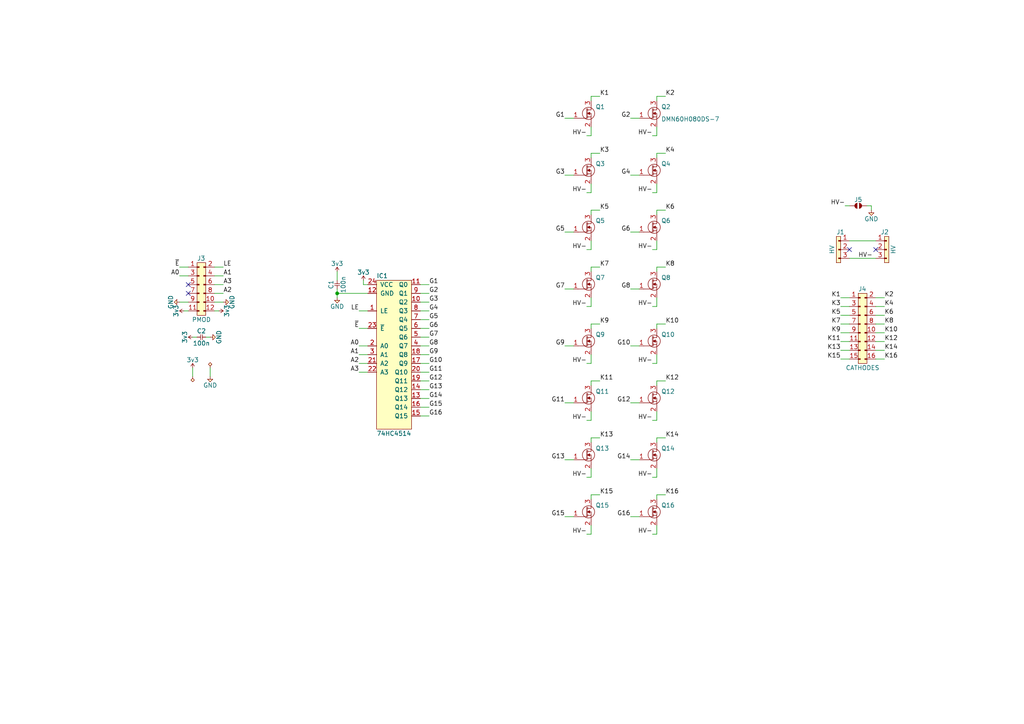
<source format=kicad_sch>
(kicad_sch (version 20230121) (generator eeschema)
  (paper "A4")
  (title_block (title "IGGie Low-Side Switch PMOD") (date "2021-03-15") (rev "1"))
  (lib_symbols
    (symbol "agg:3v3" (power) (pin_numbers hide) (pin_names (offset 1.016) hide)
      (property "Value" "3v3" (at 0 2.286 0))
      (symbol "3v3_0_1"
        (polyline (pts (xy 0 1.27) (xy 0.508 0.508)))
        (polyline (pts (xy 0 0) (xy 0 1.27) (xy -0.508 0.508)))
      )
      (symbol "3v3_1_1"
        (pin power_in line (at 0 0 180) (length 0) hide (name "3v3") (number "1"))
      )
    )
    (symbol "agg:74HC4514" (pin_names (offset 1.016))
      (property "Reference" "IC" (at -5.08 22.86 0))
      (property "Value" "74HC4514" (at -5.08 -22.86 0))
      (symbol "74HC4514_0_0"
        (pin input line (at -7.62 12.7 0) (length 2.54) (name "LE") (number "1"))
        (pin output line (at 7.62 15.24 180) (length 2.54) (name "Q2") (number "10"))
        (pin output line (at 7.62 20.32 180) (length 2.54) (name "Q0") (number "11"))
        (pin power_in line (at -7.62 17.78 0) (length 2.54) (name "GND") (number "12"))
        (pin output line (at 7.62 -12.7 180) (length 2.54) (name "Q13") (number "13"))
        (pin output line (at 7.62 -10.16 180) (length 2.54) (name "Q12") (number "14"))
        (pin output line (at 7.62 -17.78 180) (length 2.54) (name "Q15") (number "15"))
        (pin output line (at 7.62 -15.24 180) (length 2.54) (name "Q14") (number "16"))
        (pin output line (at 7.62 -2.54 180) (length 2.54) (name "Q9") (number "17"))
        (pin output line (at 7.62 0 180) (length 2.54) (name "Q8") (number "18"))
        (pin output line (at 7.62 -7.62 180) (length 2.54) (name "Q11") (number "19"))
        (pin input line (at -7.62 2.54 0) (length 2.54) (name "A0") (number "2"))
        (pin output line (at 7.62 -5.08 180) (length 2.54) (name "Q10") (number "20"))
        (pin input line (at -7.62 -2.54 0) (length 2.54) (name "A2") (number "21"))
        (pin input line (at -7.62 -5.08 0) (length 2.54) (name "A3") (number "22"))
        (pin input line (at -7.62 7.62 0) (length 2.54) (name "~{E}") (number "23"))
        (pin power_in line (at -7.62 20.32 0) (length 2.54) (name "VCC") (number "24"))
        (pin input line (at -7.62 0 0) (length 2.54) (name "A1") (number "3"))
        (pin output line (at 7.62 2.54 180) (length 2.54) (name "Q7") (number "4"))
        (pin output line (at 7.62 5.08 180) (length 2.54) (name "Q6") (number "5"))
        (pin output line (at 7.62 7.62 180) (length 2.54) (name "Q5") (number "6"))
        (pin output line (at 7.62 10.16 180) (length 2.54) (name "Q4") (number "7"))
        (pin output line (at 7.62 12.7 180) (length 2.54) (name "Q3") (number "8"))
        (pin output line (at 7.62 17.78 180) (length 2.54) (name "Q1") (number "9"))
      )
      (symbol "74HC4514_0_1"
        (rectangle (start -5.08 21.59) (end 5.08 -21.59) (fill (type background)))
      )
    )
    (symbol "agg:C" (pin_numbers hide) (pin_names (offset 1.016) hide)
      (property "Reference" "C" (at 1.27 1.778 0))
      (property "Value" "C" (at 1.27 -1.778 0))
      (symbol "C_0_1"
        (polyline (pts (xy 1.016 0.762) (xy 1.016 -0.762)))
        (polyline (pts (xy 1.524 0.762) (xy 1.524 -0.762)))
      )
      (symbol "C_1_1"
        (pin passive line (at 0 0 0) (length 1.016) (name "~") (number "1"))
        (pin passive line (at 2.54 0 180) (length 1.016) (name "~") (number "2"))
      )
    )
    (symbol "agg:CONN_01x03" (pin_names (offset 0.0254) hide)
      (property "Reference" "J" (at -1.27 2.54 0))
      (property "Value" "CONN_01x03" (at -1.27 -7.62 0))
      (symbol "CONN_01x03_0_1"
        (rectangle (start 0 -4.953) (end -0.635 -5.207) (fill (type outline)))
        (rectangle (start 0 -2.413) (end -0.635 -2.667) (fill (type outline)))
        (rectangle (start 0 0.127) (end -0.635 -0.127) (fill (type outline)))
        (rectangle (start 0 1.27) (end -1.27 -6.35) (fill (type background)))
      )
      (symbol "CONN_01x03_1_1"
        (pin passive line (at 2.54 0 180) (length 2.54) (name "1") (number "1"))
        (pin passive line (at 2.54 -2.54 180) (length 2.54) (name "2") (number "2"))
        (pin passive line (at 2.54 -5.08 180) (length 2.54) (name "3") (number "3"))
      )
    )
    (symbol "agg:CONN_02x06" (pin_names (offset 0.0254) hide)
      (property "Reference" "J" (at -2.54 2.54 0))
      (property "Value" "CONN_02x06" (at -2.54 -15.24 0))
      (symbol "CONN_02x06_0_1"
        (rectangle (start -2.54 -12.573) (end -1.905 -12.827) (fill (type outline)))
        (rectangle (start -2.54 -10.033) (end -1.905 -10.287) (fill (type outline)))
        (rectangle (start -2.54 -7.493) (end -1.905 -7.747) (fill (type outline)))
        (rectangle (start -2.54 -4.953) (end -1.905 -5.207) (fill (type outline)))
        (rectangle (start -2.54 -2.413) (end -1.905 -2.667) (fill (type outline)))
        (rectangle (start -2.54 0.127) (end -1.905 -0.127) (fill (type outline)))
        (rectangle (start 0 -12.573) (end -0.635 -12.827) (fill (type outline)))
        (rectangle (start 0 -10.033) (end -0.635 -10.287) (fill (type outline)))
        (rectangle (start 0 -7.493) (end -0.635 -7.747) (fill (type outline)))
        (rectangle (start 0 -4.953) (end -0.635 -5.207) (fill (type outline)))
        (rectangle (start 0 -2.413) (end -0.635 -2.667) (fill (type outline)))
        (rectangle (start 0 0.127) (end -0.635 -0.127) (fill (type outline)))
        (rectangle (start 0 1.27) (end -2.54 -13.97) (fill (type background)))
      )
      (symbol "CONN_02x06_1_1"
        (pin passive line (at -5.08 0 0) (length 2.54) (name "1") (number "1"))
        (pin passive line (at 2.54 -10.16 180) (length 2.54) (name "10") (number "10"))
        (pin passive line (at -5.08 -12.7 0) (length 2.54) (name "11") (number "11"))
        (pin passive line (at 2.54 -12.7 180) (length 2.54) (name "12") (number "12"))
        (pin passive line (at 2.54 0 180) (length 2.54) (name "2") (number "2"))
        (pin passive line (at -5.08 -2.54 0) (length 2.54) (name "3") (number "3"))
        (pin passive line (at 2.54 -2.54 180) (length 2.54) (name "4") (number "4"))
        (pin passive line (at -5.08 -5.08 0) (length 2.54) (name "5") (number "5"))
        (pin passive line (at 2.54 -5.08 180) (length 2.54) (name "6") (number "6"))
        (pin passive line (at -5.08 -7.62 0) (length 2.54) (name "7") (number "7"))
        (pin passive line (at 2.54 -7.62 180) (length 2.54) (name "8") (number "8"))
        (pin passive line (at -5.08 -10.16 0) (length 2.54) (name "9") (number "9"))
      )
    )
    (symbol "agg:CONN_02x08" (pin_names (offset 0.0254) hide)
      (property "Reference" "J" (at -2.54 2.54 0))
      (property "Value" "CONN_02x08" (at -2.54 -20.32 0))
      (symbol "CONN_02x08_0_1"
        (rectangle (start -2.54 -17.653) (end -1.905 -17.907) (fill (type outline)))
        (rectangle (start -2.54 -15.113) (end -1.905 -15.367) (fill (type outline)))
        (rectangle (start -2.54 -12.573) (end -1.905 -12.827) (fill (type outline)))
        (rectangle (start -2.54 -10.033) (end -1.905 -10.287) (fill (type outline)))
        (rectangle (start -2.54 -7.493) (end -1.905 -7.747) (fill (type outline)))
        (rectangle (start -2.54 -4.953) (end -1.905 -5.207) (fill (type outline)))
        (rectangle (start -2.54 -2.413) (end -1.905 -2.667) (fill (type outline)))
        (rectangle (start -2.54 0.127) (end -1.905 -0.127) (fill (type outline)))
        (rectangle (start 0 -17.653) (end -0.635 -17.907) (fill (type outline)))
        (rectangle (start 0 -15.113) (end -0.635 -15.367) (fill (type outline)))
        (rectangle (start 0 -12.573) (end -0.635 -12.827) (fill (type outline)))
        (rectangle (start 0 -10.033) (end -0.635 -10.287) (fill (type outline)))
        (rectangle (start 0 -7.493) (end -0.635 -7.747) (fill (type outline)))
        (rectangle (start 0 -4.953) (end -0.635 -5.207) (fill (type outline)))
        (rectangle (start 0 -2.413) (end -0.635 -2.667) (fill (type outline)))
        (rectangle (start 0 0.127) (end -0.635 -0.127) (fill (type outline)))
        (rectangle (start 0 1.27) (end -2.54 -19.05) (fill (type background)))
      )
      (symbol "CONN_02x08_1_1"
        (pin passive line (at -5.08 0 0) (length 2.54) (name "1") (number "1"))
        (pin passive line (at 2.54 -10.16 180) (length 2.54) (name "10") (number "10"))
        (pin passive line (at -5.08 -12.7 0) (length 2.54) (name "11") (number "11"))
        (pin passive line (at 2.54 -12.7 180) (length 2.54) (name "12") (number "12"))
        (pin passive line (at -5.08 -15.24 0) (length 2.54) (name "13") (number "13"))
        (pin passive line (at 2.54 -15.24 180) (length 2.54) (name "14") (number "14"))
        (pin passive line (at -5.08 -17.78 0) (length 2.54) (name "15") (number "15"))
        (pin passive line (at 2.54 -17.78 180) (length 2.54) (name "16") (number "16"))
        (pin passive line (at 2.54 0 180) (length 2.54) (name "2") (number "2"))
        (pin passive line (at -5.08 -2.54 0) (length 2.54) (name "3") (number "3"))
        (pin passive line (at 2.54 -2.54 180) (length 2.54) (name "4") (number "4"))
        (pin passive line (at -5.08 -5.08 0) (length 2.54) (name "5") (number "5"))
        (pin passive line (at 2.54 -5.08 180) (length 2.54) (name "6") (number "6"))
        (pin passive line (at -5.08 -7.62 0) (length 2.54) (name "7") (number "7"))
        (pin passive line (at 2.54 -7.62 180) (length 2.54) (name "8") (number "8"))
        (pin passive line (at -5.08 -10.16 0) (length 2.54) (name "9") (number "9"))
      )
    )
    (symbol "agg:GND" (power) (pin_numbers hide) (pin_names (offset 1.016) hide)
      (property "Value" "GND" (at 0 -2.54 0))
      (symbol "GND_0_1"
        (polyline (pts (xy 0 0) (xy 0 -0.762)))
        (polyline (pts (xy -0.762 -0.762) (xy 0.762 -0.762) (xy 0 -1.524) (xy -0.762 -0.762)) (fill (type background)))
      )
      (symbol "GND_1_1"
        (pin power_in line (at 0 0 180) (length 0) hide (name "GND") (number "1"))
      )
    )
    (symbol "agg:NFET" (pin_names (offset 0.0254) hide)
      (property "Reference" "Q" (at -6.35 0.762 0))
      (property "Value" "NFET" (at -6.35 -4.064 0))
      (symbol "NFET_0_1"
        (circle (center -0.762 -1.143) (radius 1.778))
        (polyline (pts (xy -3.81 -2.54) (xy -1.27 -2.54)))
        (polyline (pts (xy -1.27 -2.54) (xy -1.27 0.254)))
        (polyline (pts (xy -1.016 -2.159) (xy 0 -2.159)))
        (polyline (pts (xy -1.016 -1.778) (xy -1.016 -2.54)))
        (polyline (pts (xy -1.016 -0.762) (xy -1.016 -1.524)))
        (polyline (pts (xy -1.016 0.254) (xy -1.016 -0.508)))
        (polyline (pts (xy -1.016 -1.143) (xy 0 -1.143) (xy 0 -3.81)))
        (polyline (pts (xy -1.016 -0.127) (xy 0 -0.127) (xy 0 1.27)))
        (polyline (pts (xy -1.016 -1.143) (xy -0.381 -0.762) (xy -0.381 -1.524) (xy -1.016 -1.143)) (fill (type outline)))
      )
      (symbol "NFET_1_1"
        (pin passive line (at -5.08 -2.54 0) (length 1.27) (name "G") (number "1"))
        (pin passive line (at 0 -5.08 90) (length 1.27) (name "S") (number "2"))
        (pin passive line (at 0 2.54 270) (length 1.27) (name "D") (number "3"))
      )
    )
    (symbol "agg:PWR" (power) (pin_numbers hide) (pin_names (offset 1.016) hide)
      (property "Value" "PWR" (at 0 2.286 0))
      (symbol "PWR_0_1"
        (polyline (pts (xy 0 0.508) (xy -0.508 1.016) (xy 0 1.524) (xy 0.508 1.016) (xy 0 0.508)) (fill (type background)))
      )
      (symbol "PWR_1_1"
        (pin power_out line (at 0 0 90) (length 0.508) (name "pwr") (number "1"))
      )
    )
    (symbol "agg:SJ2" (pin_numbers hide) (pin_names (offset 0) hide)
      (property "Reference" "J" (at 0 1.778 0))
      (symbol "SJ2_0_1"
        (arc (start -0.254 0.762) (mid -1.0127 0) (end -0.254 -0.762) (fill (type outline)))
        (arc (start 0.254 -0.762) (mid 1.0127 0) (end 0.254 0.762) (fill (type outline)))
      )
      (symbol "SJ2_1_1"
        (pin passive line (at -2.54 0 0) (length 1.524) (name "1") (number "1"))
        (pin passive line (at 2.54 0 180) (length 1.524) (name "2") (number "2"))
      )
    )
  )
  (junction (at 97.79 85.09) (diameter 0.9144))
  (no_connect (at 254 72.39))
  (no_connect (at 54.61 85.09))
  (no_connect (at 246.38 72.39))
  (no_connect (at 54.61 82.55))
  (wire (pts (xy 163.83 50.8) (xy 166.37 50.8)))
  (wire (pts (xy 190.5 128.27) (xy 190.5 127)))
  (wire (pts (xy 171.45 111.76) (xy 171.45 110.49)))
  (wire (pts (xy 104.14 90.17) (xy 106.68 90.17)))
  (wire (pts (xy 62.23 77.47) (xy 64.77 77.47)))
  (wire (pts (xy 171.45 135.89) (xy 171.45 138.43)))
  (wire (pts (xy 105.41 82.55) (xy 106.68 82.55)))
  (wire (pts (xy 182.88 50.8) (xy 185.42 50.8)))
  (wire (pts (xy 121.92 97.79) (xy 124.46 97.79)))
  (wire (pts (xy 182.88 133.35) (xy 185.42 133.35)))
  (wire (pts (xy 64.77 85.09) (xy 62.23 85.09)))
  (wire (pts (xy 121.92 115.57) (xy 124.46 115.57)))
  (wire (pts (xy 190.5 77.47) (xy 193.04 77.47)))
  (wire (pts (xy 52.07 77.47) (xy 54.61 77.47)))
  (wire (pts (xy 190.5 86.36) (xy 190.5 88.9)))
  (wire (pts (xy 252.73 59.69) (xy 252.73 60.96)))
  (wire (pts (xy 246.38 69.85) (xy 254 69.85)))
  (wire (pts (xy 121.92 107.95) (xy 124.46 107.95)))
  (wire (pts (xy 171.45 128.27) (xy 171.45 127)))
  (wire (pts (xy 121.92 120.65) (xy 124.46 120.65)))
  (wire (pts (xy 170.18 88.9) (xy 171.45 88.9)))
  (wire (pts (xy 171.45 69.85) (xy 171.45 72.39)))
  (wire (pts (xy 171.45 95.25) (xy 171.45 93.98)))
  (wire (pts (xy 62.23 80.01) (xy 64.77 80.01)))
  (wire (pts (xy 171.45 60.96) (xy 173.99 60.96)))
  (wire (pts (xy 121.92 90.17) (xy 124.46 90.17)))
  (wire (pts (xy 171.45 44.45) (xy 173.99 44.45)))
  (wire (pts (xy 171.45 144.78) (xy 171.45 143.51)))
  (wire (pts (xy 97.79 85.09) (xy 97.79 86.36)))
  (wire (pts (xy 190.5 152.4) (xy 190.5 154.94)))
  (wire (pts (xy 243.84 99.06) (xy 246.38 99.06)))
  (wire (pts (xy 251.46 59.69) (xy 252.73 59.69)))
  (wire (pts (xy 254 101.6) (xy 256.54 101.6)))
  (wire (pts (xy 254 86.36) (xy 256.54 86.36)))
  (wire (pts (xy 121.92 102.87) (xy 124.46 102.87)))
  (wire (pts (xy 163.83 83.82) (xy 166.37 83.82)))
  (wire (pts (xy 190.5 143.51) (xy 193.04 143.51)))
  (wire (pts (xy 163.83 67.31) (xy 166.37 67.31)))
  (wire (pts (xy 190.5 102.87) (xy 190.5 105.41)))
  (wire (pts (xy 171.45 53.34) (xy 171.45 55.88)))
  (wire (pts (xy 121.92 110.49) (xy 124.46 110.49)))
  (wire (pts (xy 190.5 69.85) (xy 190.5 72.39)))
  (wire (pts (xy 182.88 34.29) (xy 185.42 34.29)))
  (wire (pts (xy 121.92 92.71) (xy 124.46 92.71)))
  (wire (pts (xy 245.11 59.69) (xy 246.38 59.69)))
  (wire (pts (xy 243.84 101.6) (xy 246.38 101.6)))
  (wire (pts (xy 171.45 77.47) (xy 173.99 77.47)))
  (wire (pts (xy 190.5 36.83) (xy 190.5 39.37)))
  (wire (pts (xy 190.5 93.98) (xy 193.04 93.98)))
  (wire (pts (xy 97.79 85.09) (xy 106.68 85.09)))
  (wire (pts (xy 190.5 119.38) (xy 190.5 121.92)))
  (wire (pts (xy 243.84 96.52) (xy 246.38 96.52)))
  (wire (pts (xy 121.92 100.33) (xy 124.46 100.33)))
  (wire (pts (xy 170.18 55.88) (xy 171.45 55.88)))
  (wire (pts (xy 170.18 39.37) (xy 171.45 39.37)))
  (wire (pts (xy 189.23 55.88) (xy 190.5 55.88)))
  (wire (pts (xy 121.92 95.25) (xy 124.46 95.25)))
  (wire (pts (xy 171.45 110.49) (xy 173.99 110.49)))
  (wire (pts (xy 243.84 91.44) (xy 246.38 91.44)))
  (wire (pts (xy 189.23 72.39) (xy 190.5 72.39)))
  (wire (pts (xy 170.18 154.94) (xy 171.45 154.94)))
  (wire (pts (xy 182.88 67.31) (xy 185.42 67.31)))
  (wire (pts (xy 52.07 87.63) (xy 54.61 87.63)))
  (wire (pts (xy 243.84 104.14) (xy 246.38 104.14)))
  (wire (pts (xy 190.5 78.74) (xy 190.5 77.47)))
  (wire (pts (xy 170.18 105.41) (xy 171.45 105.41)))
  (wire (pts (xy 254 93.98) (xy 256.54 93.98)))
  (wire (pts (xy 190.5 27.94) (xy 193.04 27.94)))
  (wire (pts (xy 190.5 44.45) (xy 193.04 44.45)))
  (wire (pts (xy 182.88 116.84) (xy 185.42 116.84)))
  (wire (pts (xy 104.14 100.33) (xy 106.68 100.33)))
  (wire (pts (xy 189.23 121.92) (xy 190.5 121.92)))
  (wire (pts (xy 182.88 149.86) (xy 185.42 149.86)))
  (wire (pts (xy 246.38 74.93) (xy 254 74.93)))
  (wire (pts (xy 60.96 106.68) (xy 60.96 109.22)))
  (wire (pts (xy 163.83 34.29) (xy 166.37 34.29)))
  (wire (pts (xy 171.45 29.21) (xy 171.45 27.94)))
  (wire (pts (xy 243.84 86.36) (xy 246.38 86.36)))
  (wire (pts (xy 121.92 105.41) (xy 124.46 105.41)))
  (wire (pts (xy 170.18 138.43) (xy 171.45 138.43)))
  (wire (pts (xy 182.88 100.33) (xy 185.42 100.33)))
  (wire (pts (xy 62.23 82.55) (xy 64.77 82.55)))
  (wire (pts (xy 243.84 93.98) (xy 246.38 93.98)))
  (wire (pts (xy 121.92 87.63) (xy 124.46 87.63)))
  (wire (pts (xy 105.41 81.28) (xy 105.41 82.55)))
  (wire (pts (xy 62.23 90.17) (xy 63.5 90.17)))
  (wire (pts (xy 171.45 27.94) (xy 173.99 27.94)))
  (wire (pts (xy 189.23 138.43) (xy 190.5 138.43)))
  (wire (pts (xy 170.18 121.92) (xy 171.45 121.92)))
  (wire (pts (xy 254 99.06) (xy 256.54 99.06)))
  (wire (pts (xy 163.83 100.33) (xy 166.37 100.33)))
  (wire (pts (xy 104.14 95.25) (xy 106.68 95.25)))
  (wire (pts (xy 171.45 152.4) (xy 171.45 154.94)))
  (wire (pts (xy 55.88 97.79) (xy 57.15 97.79)))
  (wire (pts (xy 254 91.44) (xy 256.54 91.44)))
  (wire (pts (xy 97.79 83.82) (xy 97.79 85.09)))
  (wire (pts (xy 53.34 90.17) (xy 54.61 90.17)))
  (wire (pts (xy 190.5 45.72) (xy 190.5 44.45)))
  (wire (pts (xy 190.5 29.21) (xy 190.5 27.94)))
  (wire (pts (xy 171.45 62.23) (xy 171.45 60.96)))
  (wire (pts (xy 171.45 127) (xy 173.99 127)))
  (wire (pts (xy 104.14 105.41) (xy 106.68 105.41)))
  (wire (pts (xy 163.83 133.35) (xy 166.37 133.35)))
  (wire (pts (xy 190.5 110.49) (xy 193.04 110.49)))
  (wire (pts (xy 243.84 88.9) (xy 246.38 88.9)))
  (wire (pts (xy 190.5 60.96) (xy 193.04 60.96)))
  (wire (pts (xy 190.5 95.25) (xy 190.5 93.98)))
  (wire (pts (xy 171.45 93.98) (xy 173.99 93.98)))
  (wire (pts (xy 254 88.9) (xy 256.54 88.9)))
  (wire (pts (xy 104.14 102.87) (xy 106.68 102.87)))
  (wire (pts (xy 104.14 107.95) (xy 106.68 107.95)))
  (wire (pts (xy 52.07 80.01) (xy 54.61 80.01)))
  (wire (pts (xy 189.23 154.94) (xy 190.5 154.94)))
  (wire (pts (xy 189.23 39.37) (xy 190.5 39.37)))
  (wire (pts (xy 171.45 78.74) (xy 171.45 77.47)))
  (wire (pts (xy 190.5 53.34) (xy 190.5 55.88)))
  (wire (pts (xy 189.23 88.9) (xy 190.5 88.9)))
  (wire (pts (xy 163.83 149.86) (xy 166.37 149.86)))
  (wire (pts (xy 190.5 144.78) (xy 190.5 143.51)))
  (wire (pts (xy 171.45 143.51) (xy 173.99 143.51)))
  (wire (pts (xy 189.23 105.41) (xy 190.5 105.41)))
  (wire (pts (xy 190.5 127) (xy 193.04 127)))
  (wire (pts (xy 163.83 116.84) (xy 166.37 116.84)))
  (wire (pts (xy 171.45 119.38) (xy 171.45 121.92)))
  (wire (pts (xy 190.5 111.76) (xy 190.5 110.49)))
  (wire (pts (xy 190.5 135.89) (xy 190.5 138.43)))
  (wire (pts (xy 121.92 82.55) (xy 124.46 82.55)))
  (wire (pts (xy 170.18 72.39) (xy 171.45 72.39)))
  (wire (pts (xy 62.23 87.63) (xy 64.77 87.63)))
  (wire (pts (xy 171.45 86.36) (xy 171.45 88.9)))
  (wire (pts (xy 171.45 36.83) (xy 171.45 39.37)))
  (wire (pts (xy 254 96.52) (xy 256.54 96.52)))
  (wire (pts (xy 182.88 83.82) (xy 185.42 83.82)))
  (wire (pts (xy 121.92 113.03) (xy 124.46 113.03)))
  (wire (pts (xy 59.69 97.79) (xy 60.96 97.79)))
  (wire (pts (xy 190.5 62.23) (xy 190.5 60.96)))
  (wire (pts (xy 121.92 118.11) (xy 124.46 118.11)))
  (wire (pts (xy 55.88 106.68) (xy 55.88 109.22)))
  (wire (pts (xy 254 104.14) (xy 256.54 104.14)))
  (wire (pts (xy 97.79 78.74) (xy 97.79 81.28)))
  (wire (pts (xy 171.45 45.72) (xy 171.45 44.45)))
  (wire (pts (xy 121.92 85.09) (xy 124.46 85.09)))
  (wire (pts (xy 171.45 102.87) (xy 171.45 105.41)))
  (label "G13" (at 124.46 113.03 0))
  (label "K7" (at 173.99 77.47 0))
  (label "~{E}" (at 104.14 95.25 180))
  (label "G4" (at 182.88 50.8 180))
  (label "A0" (at 52.07 80.01 180))
  (label "HV-" (at 170.18 72.39 180))
  (label "K14" (at 193.04 127 0))
  (label "K7" (at 243.84 93.98 180))
  (label "HV-" (at 189.23 138.43 180))
  (label "G1" (at 124.46 82.55 0))
  (label "A1" (at 104.14 102.87 180))
  (label "G16" (at 182.88 149.86 180))
  (label "G15" (at 163.83 149.86 180))
  (label "K6" (at 193.04 60.96 0))
  (label "K1" (at 173.99 27.94 0))
  (label "G8" (at 124.46 100.33 0))
  (label "G9" (at 163.83 100.33 180))
  (label "G13" (at 163.83 133.35 180))
  (label "G7" (at 163.83 83.82 180))
  (label "G8" (at 182.88 83.82 180))
  (label "K3" (at 243.84 88.9 180))
  (label "A2" (at 64.77 85.09 0))
  (label "K11" (at 173.99 110.49 0))
  (label "K12" (at 193.04 110.49 0))
  (label "G3" (at 163.83 50.8 180))
  (label "G5" (at 124.46 92.71 0))
  (label "K15" (at 173.99 143.51 0))
  (label "G14" (at 124.46 115.57 0))
  (label "~{E}" (at 52.07 77.47 180))
  (label "HV-" (at 189.23 39.37 180))
  (label "K16" (at 256.54 104.14 0))
  (label "K9" (at 173.99 93.98 0))
  (label "K3" (at 173.99 44.45 0))
  (label "K5" (at 173.99 60.96 0))
  (label "HV-" (at 170.18 154.94 180))
  (label "LE" (at 64.77 77.47 0))
  (label "K16" (at 193.04 143.51 0))
  (label "K14" (at 256.54 101.6 0))
  (label "K15" (at 243.84 104.14 180))
  (label "A3" (at 104.14 107.95 180))
  (label "HV-" (at 189.23 55.88 180))
  (label "G2" (at 182.88 34.29 180))
  (label "G9" (at 124.46 102.87 0))
  (label "G14" (at 182.88 133.35 180))
  (label "HV-" (at 248.92 74.93 0))
  (label "G11" (at 124.46 107.95 0))
  (label "K2" (at 256.54 86.36 0))
  (label "A1" (at 64.77 80.01 0))
  (label "K4" (at 256.54 88.9 0))
  (label "K8" (at 193.04 77.47 0))
  (label "G7" (at 124.46 97.79 0))
  (label "HV-" (at 170.18 138.43 180))
  (label "HV-" (at 170.18 88.9 180))
  (label "K4" (at 193.04 44.45 0))
  (label "G2" (at 124.46 85.09 0))
  (label "HV-" (at 189.23 154.94 180))
  (label "HV-" (at 189.23 121.92 180))
  (label "K5" (at 243.84 91.44 180))
  (label "K10" (at 256.54 96.52 0))
  (label "HV-" (at 170.18 39.37 180))
  (label "K8" (at 256.54 93.98 0))
  (label "HV-" (at 245.11 59.69 180))
  (label "K9" (at 243.84 96.52 180))
  (label "K2" (at 193.04 27.94 0))
  (label "HV-" (at 170.18 105.41 180))
  (label "G6" (at 182.88 67.31 180))
  (label "G12" (at 182.88 116.84 180))
  (label "G10" (at 182.88 100.33 180))
  (label "HV-" (at 170.18 121.92 180))
  (label "A0" (at 104.14 100.33 180))
  (label "G16" (at 124.46 120.65 0))
  (label "A3" (at 64.77 82.55 0))
  (label "G5" (at 163.83 67.31 180))
  (label "K6" (at 256.54 91.44 0))
  (label "G3" (at 124.46 87.63 0))
  (label "K1" (at 243.84 86.36 180))
  (label "K10" (at 193.04 93.98 0))
  (label "G4" (at 124.46 90.17 0))
  (label "G6" (at 124.46 95.25 0))
  (label "HV-" (at 170.18 55.88 180))
  (label "HV-" (at 189.23 88.9 180))
  (label "LE" (at 104.14 90.17 180))
  (label "K13" (at 243.84 101.6 180))
  (label "G10" (at 124.46 105.41 0))
  (label "K13" (at 173.99 127 0))
  (label "A2" (at 104.14 105.41 180))
  (label "G12" (at 124.46 110.49 0))
  (label "G15" (at 124.46 118.11 0))
  (label "HV-" (at 189.23 105.41 180))
  (label "K11" (at 243.84 99.06 180))
  (label "K12" (at 256.54 99.06 0))
  (label "HV-" (at 189.23 72.39 180))
  (label "G11" (at 163.83 116.84 180))
  (label "G1" (at 163.83 34.29 180))
  (symbol (lib_id "agg:C") (at 57.15 97.79 0) (unit 1)
    (property "Reference" "C2" (at 58.42 96.012 0))
    (property "Value" "100n" (at 58.42 99.568 0))
    (property "Footprint" "agg:0603" (effects hide))
  )
  (symbol (lib_id "agg:NFET") (at 171.45 97.79 0) (unit 1)
    (property "Reference" "Q9" (at 172.72 97.028 0) (effects (justify left)))
    (property "Value" "DMN60H080DS-7" (effects hide))
    (property "Footprint" "agg:SOT-23" (effects hide))
    (property "Datasheet" "http://www.farnell.com/datasheets/2814411.pdf" (effects hide))
    (property "Farnell" "3127344" (effects hide))
  )
  (symbol (lib_id "agg:PWR") (at 60.96 106.68 0) (unit 1)
    (property "Reference" "#FLG01" (effects hide))
    (property "Value" "PWR" (effects hide))
  )
  (symbol (lib_id "agg:3v3") (at 63.5 90.17 270) (unit 1)
    (property "Reference" "#PWR07" (effects hide))
    (property "Value" "3v3" (at 65.786 90.17 0))
  )
  (symbol (lib_id "agg:NFET") (at 190.5 81.28 0) (unit 1)
    (property "Reference" "Q8" (at 191.77 80.518 0) (effects (justify left)))
    (property "Value" "DMN60H080DS-7" (effects hide))
    (property "Footprint" "agg:SOT-23" (effects hide))
    (property "Datasheet" "http://www.farnell.com/datasheets/2814411.pdf" (effects hide))
    (property "Farnell" "3127344" (effects hide))
  )
  (symbol (lib_id "agg:GND") (at 60.96 109.22 0) (unit 1)
    (property "Reference" "#PWR011" (effects hide))
    (property "Value" "GND" (at 60.96 111.76 0))
  )
  (symbol (lib_id "agg:NFET") (at 190.5 114.3 0) (unit 1)
    (property "Reference" "Q12" (at 191.77 113.538 0) (effects (justify left)))
    (property "Value" "DMN60H080DS-7" (effects hide))
    (property "Footprint" "agg:SOT-23" (effects hide))
    (property "Datasheet" "http://www.farnell.com/datasheets/2814411.pdf" (effects hide))
    (property "Farnell" "3127344" (effects hide))
  )
  (symbol (lib_id "agg:NFET") (at 190.5 97.79 0) (unit 1)
    (property "Reference" "Q10" (at 191.77 97.028 0) (effects (justify left)))
    (property "Value" "DMN60H080DS-7" (effects hide))
    (property "Footprint" "agg:SOT-23" (effects hide))
    (property "Datasheet" "http://www.farnell.com/datasheets/2814411.pdf" (effects hide))
    (property "Farnell" "3127344" (effects hide))
  )
  (symbol (lib_id "agg:74HC4514") (at 114.3 102.87 0) (unit 1)
    (property "Reference" "IC1" (at 109.22 80.01 0) (effects (justify left)))
    (property "Value" "74HC4514" (at 109.22 125.73 0) (effects (justify left)))
    (property "Footprint" "agg:SOIC-24-W" (effects hide))
    (property "Datasheet" "http://www.farnell.com/datasheets/1870944.pdf" (effects hide))
    (property "Farnell" "2444987" (effects hide))
  )
  (symbol (lib_id "agg:NFET") (at 171.45 48.26 0) (unit 1)
    (property "Reference" "Q3" (at 172.72 47.498 0) (effects (justify left)))
    (property "Value" "DMN60H080DS-7" (effects hide))
    (property "Footprint" "agg:SOT-23" (effects hide))
    (property "Datasheet" "http://www.farnell.com/datasheets/2814411.pdf" (effects hide))
    (property "Farnell" "3127344" (effects hide))
  )
  (symbol (lib_id "agg:CONN_02x06") (at 59.69 77.47 0) (unit 1)
    (property "Reference" "J3" (at 57.15 74.93 0) (effects (justify left)))
    (property "Value" "PMOD" (at 58.42 92.71 0))
    (property "Footprint" "agg:DIL-254P-12" (effects hide))
    (property "Farnell" "2779668" (effects hide))
  )
  (symbol (lib_id "agg:NFET") (at 190.5 147.32 0) (unit 1)
    (property "Reference" "Q16" (at 191.77 146.558 0) (effects (justify left)))
    (property "Value" "DMN60H080DS-7" (effects hide))
    (property "Footprint" "agg:SOT-23" (effects hide))
    (property "Datasheet" "http://www.farnell.com/datasheets/2814411.pdf" (effects hide))
    (property "Farnell" "3127344" (effects hide))
  )
  (symbol (lib_id "agg:SJ2") (at 248.92 59.69 0) (unit 1)
    (property "Reference" "J5" (at 248.92 57.912 0))
    (property "Value" "SJ2" (effects hide))
    (property "Footprint" "agg:SJ2" (effects hide))
  )
  (symbol (lib_id "agg:NFET") (at 171.45 114.3 0) (unit 1)
    (property "Reference" "Q11" (at 172.72 113.538 0) (effects (justify left)))
    (property "Value" "DMN60H080DS-7" (effects hide))
    (property "Footprint" "agg:SOT-23" (effects hide))
    (property "Datasheet" "http://www.farnell.com/datasheets/2814411.pdf" (effects hide))
    (property "Farnell" "3127344" (effects hide))
  )
  (symbol (lib_id "agg:3v3") (at 97.79 78.74 0) (unit 1)
    (property "Reference" "#PWR01" (effects hide))
    (property "Value" "3v3" (at 97.79 76.454 0))
  )
  (symbol (lib_id "agg:3v3") (at 55.88 97.79 90) (unit 1)
    (property "Reference" "#PWR08" (effects hide))
    (property "Value" "3v3" (at 53.594 97.79 0))
  )
  (symbol (lib_id "agg:NFET") (at 171.45 81.28 0) (unit 1)
    (property "Reference" "Q7" (at 172.72 80.518 0) (effects (justify left)))
    (property "Value" "DMN60H080DS-7" (effects hide))
    (property "Footprint" "agg:SOT-23" (effects hide))
    (property "Datasheet" "http://www.farnell.com/datasheets/2814411.pdf" (effects hide))
    (property "Farnell" "3127344" (effects hide))
  )
  (symbol (lib_id "agg:CONN_02x08") (at 251.46 86.36 0) (unit 1)
    (property "Reference" "J4" (at 248.92 83.82 0) (effects (justify left)))
    (property "Value" "CATHODES" (at 250.19 106.68 0))
    (property "Footprint" "agg:DIL-254P-16" (effects hide))
    (property "Farnell" "2578721" (effects hide))
  )
  (symbol (lib_id "agg:NFET") (at 190.5 130.81 0) (unit 1)
    (property "Reference" "Q14" (at 191.77 130.048 0) (effects (justify left)))
    (property "Value" "DMN60H080DS-7" (effects hide))
    (property "Footprint" "agg:SOT-23" (effects hide))
    (property "Datasheet" "http://www.farnell.com/datasheets/2814411.pdf" (effects hide))
    (property "Farnell" "3127344" (effects hide))
  )
  (symbol (lib_id "agg:NFET") (at 171.45 64.77 0) (unit 1)
    (property "Reference" "Q5" (at 172.72 64.008 0) (effects (justify left)))
    (property "Value" "DMN60H080DS-7" (effects hide))
    (property "Footprint" "agg:SOT-23" (effects hide))
    (property "Datasheet" "http://www.farnell.com/datasheets/2814411.pdf" (effects hide))
    (property "Farnell" "3127344" (effects hide))
  )
  (symbol (lib_id "agg:3v3") (at 53.34 90.17 90) (unit 1)
    (property "Reference" "#PWR06" (effects hide))
    (property "Value" "3v3" (at 51.054 90.17 0))
  )
  (symbol (lib_id "agg:3v3") (at 105.41 81.28 0) (unit 1)
    (property "Reference" "#PWR02" (effects hide))
    (property "Value" "3v3" (at 105.41 78.994 0))
  )
  (symbol (lib_id "agg:GND") (at 97.79 86.36 0) (unit 1)
    (property "Reference" "#PWR03" (effects hide))
    (property "Value" "GND" (at 97.79 88.9 0))
  )
  (symbol (lib_id "agg:C") (at 97.79 83.82 90) (unit 1)
    (property "Reference" "C1" (at 96.012 82.55 0))
    (property "Value" "100n" (at 99.568 82.55 0))
    (property "Footprint" "agg:0603" (effects hide))
  )
  (symbol (lib_id "agg:NFET") (at 171.45 31.75 0) (unit 1)
    (property "Reference" "Q1" (at 172.72 30.988 0) (effects (justify left)))
    (property "Value" "DMN60H080DS-7" (effects hide))
    (property "Footprint" "agg:SOT-23" (effects hide))
    (property "Datasheet" "http://www.farnell.com/datasheets/2814411.pdf" (effects hide))
    (property "Farnell" "3127344" (effects hide))
  )
  (symbol (lib_id "agg:NFET") (at 190.5 48.26 0) (unit 1)
    (property "Reference" "Q4" (at 191.77 47.498 0) (effects (justify left)))
    (property "Value" "DMN60H080DS-7" (effects hide))
    (property "Footprint" "agg:SOT-23" (effects hide))
    (property "Datasheet" "http://www.farnell.com/datasheets/2814411.pdf" (effects hide))
    (property "Farnell" "3127344" (effects hide))
  )
  (symbol (lib_id "agg:NFET") (at 190.5 64.77 0) (unit 1)
    (property "Reference" "Q6" (at 191.77 64.008 0) (effects (justify left)))
    (property "Value" "DMN60H080DS-7" (effects hide))
    (property "Footprint" "agg:SOT-23" (effects hide))
    (property "Datasheet" "http://www.farnell.com/datasheets/2814411.pdf" (effects hide))
    (property "Farnell" "3127344" (effects hide))
  )
  (symbol (lib_id "agg:CONN_01x03") (at 243.84 69.85 0) (unit 1)
    (property "Reference" "J1" (at 242.57 67.31 0) (effects (justify left)))
    (property "Value" "HV" (at 241.3 72.39 90))
    (property "Footprint" "agg:MOLEX-KK-254P-03" (effects hide))
    (property "Farnell" "1360131" (effects hide))
  )
  (symbol (lib_id "agg:GND") (at 60.96 97.79 90) (unit 1)
    (property "Reference" "#PWR09" (effects hide))
    (property "Value" "GND" (at 63.5 97.79 0))
  )
  (symbol (lib_id "agg:3v3") (at 55.88 106.68 0) (unit 1)
    (property "Reference" "#PWR010" (effects hide))
    (property "Value" "3v3" (at 55.88 104.394 0))
  )
  (symbol (lib_id "agg:PWR") (at 55.88 109.22 180) (unit 1)
    (property "Reference" "#FLG02" (effects hide))
    (property "Value" "PWR" (effects hide))
  )
  (symbol (lib_id "agg:GND") (at 64.77 87.63 90) (unit 1)
    (property "Reference" "#PWR05" (effects hide))
    (property "Value" "GND" (at 67.31 87.63 0))
  )
  (symbol (lib_id "agg:CONN_01x03") (at 256.54 69.85 0) (mirror y) (unit 1)
    (property "Reference" "J2" (at 257.81 67.31 0) (effects (justify left)))
    (property "Value" "HV" (at 259.08 72.39 90))
    (property "Footprint" "agg:MOLEX-KK-254P-03" (effects hide))
    (property "Farnell" "1360131" (effects hide))
  )
  (symbol (lib_id "agg:GND") (at 252.73 60.96 0) (unit 1)
    (property "Reference" "#PWR012" (effects hide))
    (property "Value" "GND" (at 252.73 63.5 0))
  )
  (symbol (lib_id "agg:NFET") (at 171.45 130.81 0) (unit 1)
    (property "Reference" "Q13" (at 172.72 130.048 0) (effects (justify left)))
    (property "Value" "DMN60H080DS-7" (effects hide))
    (property "Footprint" "agg:SOT-23" (effects hide))
    (property "Datasheet" "http://www.farnell.com/datasheets/2814411.pdf" (effects hide))
    (property "Farnell" "3127344" (effects hide))
  )
  (symbol (lib_id "agg:GND") (at 52.07 87.63 270) (unit 1)
    (property "Reference" "#PWR04" (effects hide))
    (property "Value" "GND" (at 49.53 87.63 0))
  )
  (symbol (lib_id "agg:NFET") (at 171.45 147.32 0) (unit 1)
    (property "Reference" "Q15" (at 172.72 146.558 0) (effects (justify left)))
    (property "Value" "DMN60H080DS-7" (effects hide))
    (property "Footprint" "agg:SOT-23" (effects hide))
    (property "Datasheet" "http://www.farnell.com/datasheets/2814411.pdf" (effects hide))
    (property "Farnell" "3127344" (effects hide))
  )
  (symbol (lib_id "agg:NFET") (at 190.5 31.75 0) (unit 1)
    (property "Reference" "Q2" (at 191.77 30.988 0) (effects (justify left)))
    (property "Value" "DMN60H080DS-7" (at 191.77 34.544 0) (effects (justify left)))
    (property "Footprint" "agg:SOT-23" (effects hide))
    (property "Datasheet" "http://www.farnell.com/datasheets/2814411.pdf" (effects hide))
    (property "Farnell" "3127344" (effects hide))
  )
)
</source>
